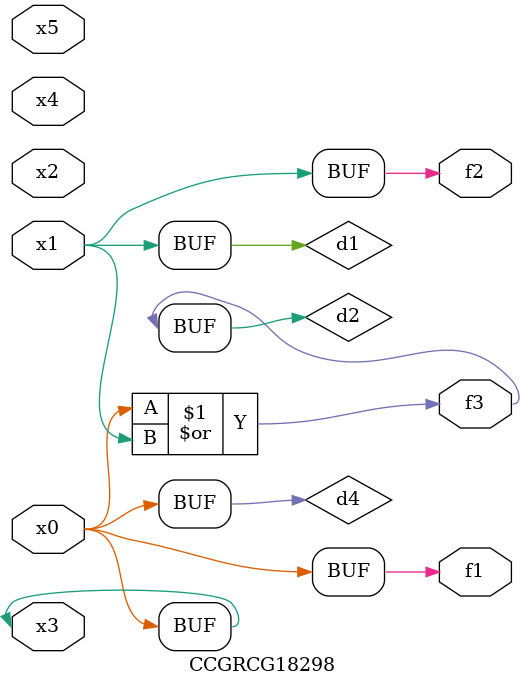
<source format=v>
module CCGRCG18298(
	input x0, x1, x2, x3, x4, x5,
	output f1, f2, f3
);

	wire d1, d2, d3, d4;

	and (d1, x1);
	or (d2, x0, x1);
	nand (d3, x0, x5);
	buf (d4, x0, x3);
	assign f1 = d4;
	assign f2 = d1;
	assign f3 = d2;
endmodule

</source>
